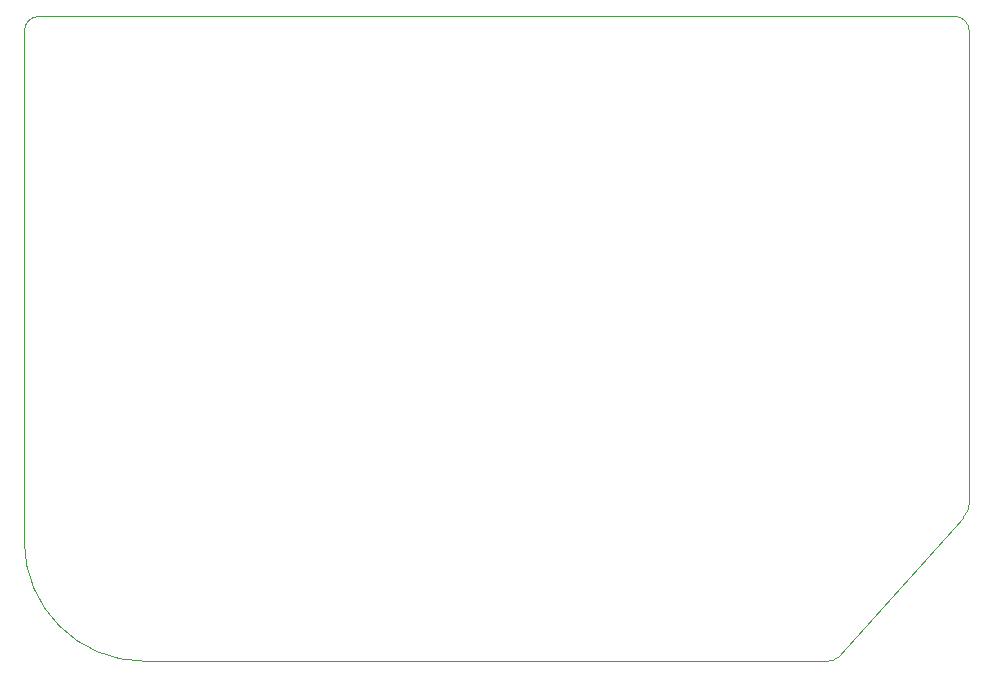
<source format=gbr>
%TF.GenerationSoftware,KiCad,Pcbnew,7.0.2-0*%
%TF.CreationDate,2023-05-27T13:50:39-05:00*%
%TF.ProjectId,CowPi-Shield,436f7750-692d-4536-9869-656c642e6b69,mk3b*%
%TF.SameCoordinates,Original*%
%TF.FileFunction,Profile,NP*%
%FSLAX46Y46*%
G04 Gerber Fmt 4.6, Leading zero omitted, Abs format (unit mm)*
G04 Created by KiCad (PCBNEW 7.0.2-0) date 2023-05-27 13:50:39*
%MOMM*%
%LPD*%
G01*
G04 APERTURE LIST*
%TA.AperFunction,Profile*%
%ADD10C,0.100000*%
%TD*%
G04 APERTURE END LIST*
D10*
X97790000Y-78740000D02*
G75*
G03*
X96520000Y-80010000I0J-1270000D01*
G01*
X176020000Y-121180000D02*
X165448026Y-132978026D01*
X96520000Y-123190000D02*
X96520000Y-80010000D01*
X176530000Y-80010000D02*
X176546051Y-119910000D01*
X164550000Y-133350000D02*
X106680000Y-133350000D01*
X96520000Y-123190000D02*
G75*
G03*
X106680000Y-133350000I10160000J0D01*
G01*
X176530000Y-80010000D02*
G75*
G03*
X175260000Y-78740000I-1270000J0D01*
G01*
X97790000Y-78740000D02*
X175260000Y-78740000D01*
X164550000Y-133350000D02*
G75*
G03*
X165448026Y-132978026I0J1270000D01*
G01*
X176020000Y-121180000D02*
G75*
G03*
X176546051Y-119910000I-1270000J1270000D01*
G01*
M02*

</source>
